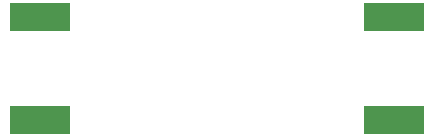
<source format=gbr>
%TF.GenerationSoftware,KiCad,Pcbnew,8.0.3*%
%TF.CreationDate,2024-07-05T10:32:19-05:00*%
%TF.ProjectId,Bald Probe Test Fixture rev1,42616c64-2050-4726-9f62-652054657374,rev?*%
%TF.SameCoordinates,Original*%
%TF.FileFunction,Paste,Bot*%
%TF.FilePolarity,Positive*%
%FSLAX46Y46*%
G04 Gerber Fmt 4.6, Leading zero omitted, Abs format (unit mm)*
G04 Created by KiCad (PCBNEW 8.0.3) date 2024-07-05 10:32:19*
%MOMM*%
%LPD*%
G01*
G04 APERTURE LIST*
%ADD10R,5.080000X2.420000*%
G04 APERTURE END LIST*
D10*
%TO.C,J2*%
X143250000Y-98360000D03*
X143250000Y-89600000D03*
%TD*%
%TO.C,J1*%
X113290000Y-89600000D03*
X113290000Y-98360000D03*
%TD*%
M02*

</source>
